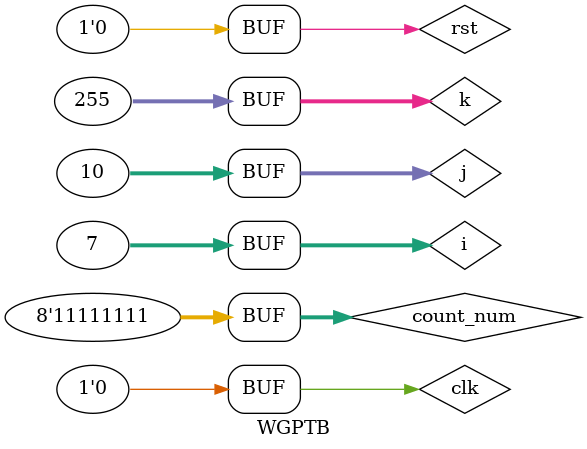
<source format=v>
`timescale 1ns/1ns
module WGPTB();
    wire [7:0] waveform_square,waveform_reciprocal,waveform_triangle,waveform_full_wave_rectified,waveform_half_wave_rectified,waveform_sin;
    reg clk, rst;
    reg [7:0] count_num;
    integer i , j , k;

    waveform_generator_processor UUT(clk, rst, count_num, waveform_square,waveform_reciprocal,waveform_triangle,waveform_sin,waveform_full_wave_rectified,waveform_half_wave_rectified);
    
    initial begin
        rst = 1; #5;
        clk = 1; #10;
        rst = 0; #5;
        clk = 0;
        for(i = 0; i < 7; i = i+1)begin
          for(j = 0; j < 10; j = j+1) begin
            count_num = 8'b00000000;
            for(k = 0; k < 255; k = k+1) begin count_num = count_num + 8'b00000001;
	    clk = 1; #20; 
	    clk = 0; #20; end
          end
        end
    end

endmodule

</source>
